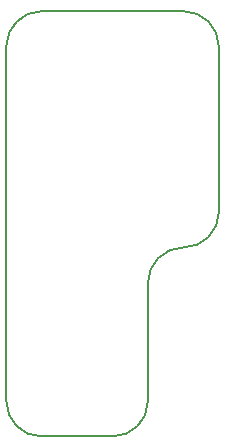
<source format=gko>
G04*
G04 #@! TF.GenerationSoftware,Altium Limited,CircuitStudio,1.5.2 (30)*
G04*
G04 Layer_Color=16720538*
%FSLAX25Y25*%
%MOIN*%
G70*
G01*
G75*
%ADD11C,0.00591*%
D11*
X429134Y393701D02*
G03*
X440945Y405512I0J11811D01*
G01*
X452756Y456693D02*
G03*
X440945Y444882I0J-11811D01*
G01*
X452756Y456693D02*
G03*
X464567Y468504I0J11811D01*
G01*
X393701Y405512D02*
G03*
X405512Y393701I11811J0D01*
G01*
Y535433D02*
G03*
X393701Y523622I0J-11811D01*
G01*
X464567D02*
G03*
X452756Y535433I-11811J0D01*
G01*
X393701Y405512D02*
Y523622D01*
X405512Y393701D02*
X429134D01*
X405512Y535433D02*
X452756D01*
X464567Y468504D02*
Y523622D01*
X440945Y405512D02*
Y444882D01*
X440945D01*
X440945D02*
X440945D01*
M02*

</source>
